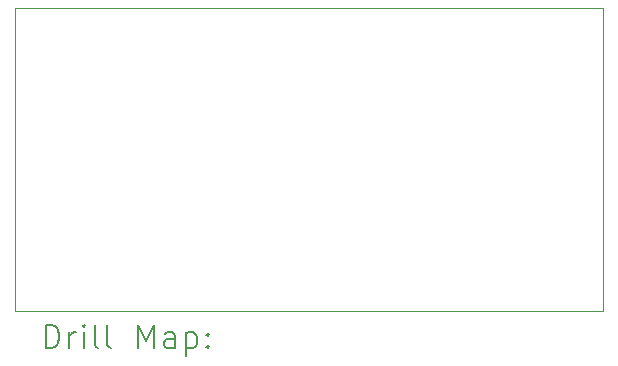
<source format=gbr>
%TF.GenerationSoftware,KiCad,Pcbnew,8.0.6*%
%TF.CreationDate,2025-05-11T15:10:07-04:00*%
%TF.ProjectId,logicprobetool,6c6f6769-6370-4726-9f62-65746f6f6c2e,rev?*%
%TF.SameCoordinates,Original*%
%TF.FileFunction,Drillmap*%
%TF.FilePolarity,Positive*%
%FSLAX45Y45*%
G04 Gerber Fmt 4.5, Leading zero omitted, Abs format (unit mm)*
G04 Created by KiCad (PCBNEW 8.0.6) date 2025-05-11 15:10:07*
%MOMM*%
%LPD*%
G01*
G04 APERTURE LIST*
%ADD10C,0.050000*%
%ADD11C,0.200000*%
G04 APERTURE END LIST*
D10*
X3601720Y-2326640D02*
X8582660Y-2326640D01*
X8582660Y-4889500D01*
X3601720Y-4889500D01*
X3601720Y-2326640D01*
D11*
X3859997Y-5203484D02*
X3859997Y-5003484D01*
X3859997Y-5003484D02*
X3907616Y-5003484D01*
X3907616Y-5003484D02*
X3936187Y-5013008D01*
X3936187Y-5013008D02*
X3955235Y-5032055D01*
X3955235Y-5032055D02*
X3964759Y-5051103D01*
X3964759Y-5051103D02*
X3974282Y-5089198D01*
X3974282Y-5089198D02*
X3974282Y-5117770D01*
X3974282Y-5117770D02*
X3964759Y-5155865D01*
X3964759Y-5155865D02*
X3955235Y-5174912D01*
X3955235Y-5174912D02*
X3936187Y-5193960D01*
X3936187Y-5193960D02*
X3907616Y-5203484D01*
X3907616Y-5203484D02*
X3859997Y-5203484D01*
X4059997Y-5203484D02*
X4059997Y-5070150D01*
X4059997Y-5108246D02*
X4069521Y-5089198D01*
X4069521Y-5089198D02*
X4079044Y-5079674D01*
X4079044Y-5079674D02*
X4098092Y-5070150D01*
X4098092Y-5070150D02*
X4117140Y-5070150D01*
X4183806Y-5203484D02*
X4183806Y-5070150D01*
X4183806Y-5003484D02*
X4174282Y-5013008D01*
X4174282Y-5013008D02*
X4183806Y-5022531D01*
X4183806Y-5022531D02*
X4193330Y-5013008D01*
X4193330Y-5013008D02*
X4183806Y-5003484D01*
X4183806Y-5003484D02*
X4183806Y-5022531D01*
X4307616Y-5203484D02*
X4288568Y-5193960D01*
X4288568Y-5193960D02*
X4279044Y-5174912D01*
X4279044Y-5174912D02*
X4279044Y-5003484D01*
X4412378Y-5203484D02*
X4393330Y-5193960D01*
X4393330Y-5193960D02*
X4383806Y-5174912D01*
X4383806Y-5174912D02*
X4383806Y-5003484D01*
X4640949Y-5203484D02*
X4640949Y-5003484D01*
X4640949Y-5003484D02*
X4707616Y-5146341D01*
X4707616Y-5146341D02*
X4774283Y-5003484D01*
X4774283Y-5003484D02*
X4774283Y-5203484D01*
X4955235Y-5203484D02*
X4955235Y-5098722D01*
X4955235Y-5098722D02*
X4945711Y-5079674D01*
X4945711Y-5079674D02*
X4926664Y-5070150D01*
X4926664Y-5070150D02*
X4888568Y-5070150D01*
X4888568Y-5070150D02*
X4869521Y-5079674D01*
X4955235Y-5193960D02*
X4936187Y-5203484D01*
X4936187Y-5203484D02*
X4888568Y-5203484D01*
X4888568Y-5203484D02*
X4869521Y-5193960D01*
X4869521Y-5193960D02*
X4859997Y-5174912D01*
X4859997Y-5174912D02*
X4859997Y-5155865D01*
X4859997Y-5155865D02*
X4869521Y-5136817D01*
X4869521Y-5136817D02*
X4888568Y-5127293D01*
X4888568Y-5127293D02*
X4936187Y-5127293D01*
X4936187Y-5127293D02*
X4955235Y-5117770D01*
X5050473Y-5070150D02*
X5050473Y-5270150D01*
X5050473Y-5079674D02*
X5069521Y-5070150D01*
X5069521Y-5070150D02*
X5107616Y-5070150D01*
X5107616Y-5070150D02*
X5126664Y-5079674D01*
X5126664Y-5079674D02*
X5136187Y-5089198D01*
X5136187Y-5089198D02*
X5145711Y-5108246D01*
X5145711Y-5108246D02*
X5145711Y-5165389D01*
X5145711Y-5165389D02*
X5136187Y-5184436D01*
X5136187Y-5184436D02*
X5126664Y-5193960D01*
X5126664Y-5193960D02*
X5107616Y-5203484D01*
X5107616Y-5203484D02*
X5069521Y-5203484D01*
X5069521Y-5203484D02*
X5050473Y-5193960D01*
X5231425Y-5184436D02*
X5240949Y-5193960D01*
X5240949Y-5193960D02*
X5231425Y-5203484D01*
X5231425Y-5203484D02*
X5221902Y-5193960D01*
X5221902Y-5193960D02*
X5231425Y-5184436D01*
X5231425Y-5184436D02*
X5231425Y-5203484D01*
X5231425Y-5079674D02*
X5240949Y-5089198D01*
X5240949Y-5089198D02*
X5231425Y-5098722D01*
X5231425Y-5098722D02*
X5221902Y-5089198D01*
X5221902Y-5089198D02*
X5231425Y-5079674D01*
X5231425Y-5079674D02*
X5231425Y-5098722D01*
M02*

</source>
